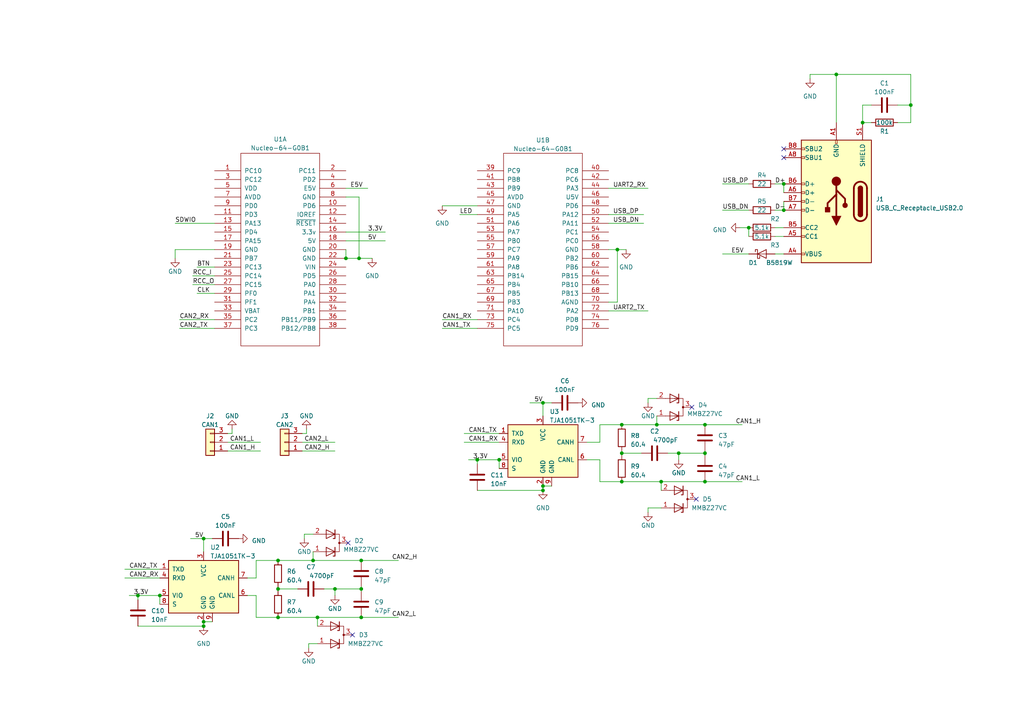
<source format=kicad_sch>
(kicad_sch (version 20221206) (generator eeschema)
  (paper "A4")
  (lib_symbols
    (symbol "Connector:USB_C_Receptacle_USB2.0" (pin_names (offset 1.016))
      (property "Reference" "J" (at -10.16 19.05 0))
      (property "Value" "USB_C_Receptacle_USB2.0" (at 19.05 19.05 0))
      (symbol "USB_C_Receptacle_USB2.0_0_0"
        (rectangle (start -0.254 -17.78) (end 0.254 -16.764))
        (rectangle (start 10.16 -14.986) (end 9.144 -15.494))
        (rectangle (start 10.16 -12.446) (end 9.144 -12.954))
        (rectangle (start 10.16 -4.826) (end 9.144 -5.334))
        (rectangle (start 10.16 -2.286) (end 9.144 -2.794))
        (rectangle (start 10.16 0.254) (end 9.144 -0.254))
        (rectangle (start 10.16 2.794) (end 9.144 2.286))
        (rectangle (start 10.16 7.874) (end 9.144 7.366))
        (rectangle (start 10.16 10.414) (end 9.144 9.906))
        (rectangle (start 10.16 15.494) (end 9.144 14.986))
      )
      (symbol "USB_C_Receptacle_USB2.0_0_1"
        (rectangle (start -10.16 17.78) (end 10.16 -17.78) (stroke (width 0.254)) (fill (type background)))
        (arc (start -8.89 -3.81) (mid -6.985 -5.7067) (end -5.08 -3.81) (stroke (width 0.508)))
        (arc (start -7.62 -3.81) (mid -6.985 -4.4423) (end -6.35 -3.81) (stroke (width 0.254)))
        (arc (start -7.62 -3.81) (mid -6.985 -4.4423) (end -6.35 -3.81) (stroke (width 0.254)) (fill (type outline)))
        (rectangle (start -7.62 -3.81) (end -6.35 3.81) (stroke (width 0.254)) (fill (type outline)))
        (arc (start -6.35 3.81) (mid -6.985 4.4423) (end -7.62 3.81) (stroke (width 0.254)))
        (arc (start -6.35 3.81) (mid -6.985 4.4423) (end -7.62 3.81) (stroke (width 0.254)) (fill (type outline)))
        (arc (start -5.08 3.81) (mid -6.985 5.7067) (end -8.89 3.81) (stroke (width 0.508)))
        (circle (center -2.54 1.143) (radius 0.635) (stroke (width 0.254)) (fill (type outline)))
        (circle (center 0 -5.842) (radius 1.27) (fill (type outline)))
        (polyline (pts (xy -8.89 -3.81) (xy -8.89 3.81)) (stroke (width 0.508)))
        (polyline (pts (xy -5.08 3.81) (xy -5.08 -3.81)) (stroke (width 0.508)))
        (polyline (pts (xy 0 -5.842) (xy 0 4.318)) (stroke (width 0.508)))
        (polyline (pts (xy 0 -3.302) (xy -2.54 -0.762) (xy -2.54 0.508)) (stroke (width 0.508)))
        (polyline (pts (xy 0 -2.032) (xy 2.54 0.508) (xy 2.54 1.778)) (stroke (width 0.508)))
        (polyline (pts (xy -1.27 4.318) (xy 0 6.858) (xy 1.27 4.318) (xy -1.27 4.318)) (stroke (width 0.254)) (fill (type outline)))
        (rectangle (start 1.905 1.778) (end 3.175 3.048) (stroke (width 0.254)) (fill (type outline)))
      )
      (symbol "USB_C_Receptacle_USB2.0_1_1"
        (pin passive line (at 0 -22.86 90) (length 5.08) (name "GND") (number "A1"))
        (pin passive line (at 0 -22.86 90) (length 5.08) hide (name "GND") (number "A12"))
        (pin passive line (at 15.24 15.24 180) (length 5.08) (name "VBUS") (number "A4"))
        (pin bidirectional line (at 15.24 10.16 180) (length 5.08) (name "CC1") (number "A5"))
        (pin bidirectional line (at 15.24 -2.54 180) (length 5.08) (name "D+") (number "A6"))
        (pin bidirectional line (at 15.24 2.54 180) (length 5.08) (name "D-") (number "A7"))
        (pin bidirectional line (at 15.24 -12.7 180) (length 5.08) (name "SBU1") (number "A8"))
        (pin passive line (at 15.24 15.24 180) (length 5.08) hide (name "VBUS") (number "A9"))
        (pin passive line (at 0 -22.86 90) (length 5.08) hide (name "GND") (number "B1"))
        (pin passive line (at 0 -22.86 90) (length 5.08) hide (name "GND") (number "B12"))
        (pin passive line (at 15.24 15.24 180) (length 5.08) hide (name "VBUS") (number "B4"))
        (pin bidirectional line (at 15.24 7.62 180) (length 5.08) (name "CC2") (number "B5"))
        (pin bidirectional line (at 15.24 -5.08 180) (length 5.08) (name "D+") (number "B6"))
        (pin bidirectional line (at 15.24 0 180) (length 5.08) (name "D-") (number "B7"))
        (pin bidirectional line (at 15.24 -15.24 180) (length 5.08) (name "SBU2") (number "B8"))
        (pin passive line (at 15.24 15.24 180) (length 5.08) hide (name "VBUS") (number "B9"))
        (pin passive line (at -7.62 -22.86 90) (length 5.08) (name "SHIELD") (number "S1"))
      )
    )
    (symbol "Connector_Generic:Conn_01x03" (pin_names (offset 1.016) hide)
      (property "Reference" "J" (at 0 5.08 0))
      (property "Value" "Conn_01x03" (at 0 -5.08 0))
      (symbol "Conn_01x03_1_1"
        (rectangle (start -1.27 -2.413) (end 0 -2.667) (stroke (width 0.1524)))
        (rectangle (start -1.27 0.127) (end 0 -0.127) (stroke (width 0.1524)))
        (rectangle (start -1.27 2.667) (end 0 2.413) (stroke (width 0.1524)))
        (rectangle (start -1.27 3.81) (end 1.27 -3.81) (stroke (width 0.254)) (fill (type background)))
        (pin passive line (at -5.08 2.54 0) (length 3.81) (name "Pin_1") (number "1"))
        (pin passive line (at -5.08 0 0) (length 3.81) (name "Pin_2") (number "2"))
        (pin passive line (at -5.08 -2.54 0) (length 3.81) (name "Pin_3") (number "3"))
      )
    )
    (symbol "Device:C" (pin_numbers hide) (pin_names (offset 0.254))
      (property "Reference" "C" (at 0.635 2.54 0))
      (property "Value" "C" (at 0.635 -2.54 0))
      (symbol "C_0_1"
        (polyline (pts (xy -2.032 -0.762) (xy 2.032 -0.762)) (stroke (width 0.508)))
        (polyline (pts (xy -2.032 0.762) (xy 2.032 0.762)) (stroke (width 0.508)))
      )
      (symbol "C_1_1"
        (pin passive line (at 0 3.81 270) (length 2.794) (name "~") (number "1"))
        (pin passive line (at 0 -3.81 90) (length 2.794) (name "~") (number "2"))
      )
    )
    (symbol "Device:D_Schottky" (pin_numbers hide) (pin_names hide)
      (property "Reference" "D" (at 0 2.54 0))
      (property "Value" "D_Schottky" (at 0 -2.54 0))
      (symbol "D_Schottky_0_1"
        (polyline (pts (xy 1.27 0) (xy -1.27 0)))
        (polyline (pts (xy 1.27 1.27) (xy 1.27 -1.27) (xy -1.27 0) (xy 1.27 1.27)) (stroke (width 0.2032)))
        (polyline (pts (xy -1.905 0.635) (xy -1.905 1.27) (xy -1.27 1.27) (xy -1.27 -1.27) (xy -0.635 -1.27) (xy -0.635 -0.635)) (stroke (width 0.2032)))
      )
      (symbol "D_Schottky_1_1"
        (pin passive line (at -3.81 0 0) (length 2.54) (name "K") (number "1"))
        (pin passive line (at 3.81 0 180) (length 2.54) (name "A") (number "2"))
      )
    )
    (symbol "Device:R" (pin_numbers hide) (pin_names (offset 0))
      (property "Reference" "R" (at 2.032 0 90))
      (property "Value" "R" (at 0 0 90))
      (symbol "R_0_1"
        (rectangle (start -1.016 -2.54) (end 1.016 2.54) (stroke (width 0.254)))
      )
      (symbol "R_1_1"
        (pin passive line (at 0 3.81 270) (length 1.27) (name "~") (number "1"))
        (pin passive line (at 0 -3.81 90) (length 1.27) (name "~") (number "2"))
      )
    )
    (symbol "ESD:MMBZxxVC" (pin_names (offset 1.016) hide)
      (property "Reference" "D" (at 3.81 2.54 0))
      (property "Value" "MMBZxxVC" (at 3.81 0 0))
      (symbol "MMBZxxVC_0_1"
        (circle (center 0 -2.54) (radius 0.254) (fill (type outline)))
        (polyline (pts (xy -2.54 -1.27) (xy -2.54 2.54)))
        (polyline (pts (xy 2.54 -1.27) (xy 2.54 2.54)))
        (polyline (pts (xy -1.27 -1.27) (xy -3.81 -1.27) (xy -3.81 -0.762)) (stroke (width 0.254)))
        (polyline (pts (xy 3.81 -1.27) (xy 1.27 -1.27) (xy 1.27 -0.762)) (stroke (width 0.254)))
        (polyline (pts (xy -2.54 0) (xy -2.54 -2.54) (xy 2.54 -2.54) (xy 2.54 0)))
      )
      (symbol "MMBZxxVC_1_1"
        (polyline (pts (xy -1.27 1.27) (xy -3.81 1.27) (xy -2.54 -1.27) (xy -1.27 1.27)) (stroke (width 0.2032)))
        (polyline (pts (xy 3.81 1.27) (xy 1.27 1.27) (xy 2.54 -1.27) (xy 3.81 1.27)) (stroke (width 0.2032)))
        (pin passive line (at -2.54 5.08 270) (length 2.54) (name "K") (number "1"))
        (pin passive line (at 2.54 5.08 270) (length 2.54) (name "K") (number "2"))
        (pin passive line (at 0 -5.08 90) (length 2.54) (name "A") (number "3"))
      )
    )
    (symbol "Interface_CAN_LIN:TJA1051TK-3" (pin_names (offset 1.016))
      (property "Reference" "U" (at -10.16 8.89 0))
      (property "Value" "TJA1051TK-3" (at 1.27 8.89 0))
      (symbol "TJA1051TK-3_0_1"
        (rectangle (start -10.16 7.62) (end 10.16 -7.62) (stroke (width 0.254)) (fill (type background)))
      )
      (symbol "TJA1051TK-3_1_1"
        (pin input line (at -12.7 5.08 0) (length 2.54) (name "TXD") (number "1"))
        (pin power_in line (at 0 -10.16 90) (length 2.54) (name "GND") (number "2"))
        (pin power_in line (at 0 10.16 270) (length 2.54) (name "VCC") (number "3"))
        (pin output line (at -12.7 2.54 0) (length 2.54) (name "RXD") (number "4"))
        (pin power_in line (at -12.7 -2.54 0) (length 2.54) (name "VIO") (number "5"))
        (pin bidirectional line (at 12.7 -2.54 180) (length 2.54) (name "CANL") (number "6"))
        (pin bidirectional line (at 12.7 2.54 180) (length 2.54) (name "CANH") (number "7"))
        (pin input line (at -12.7 -5.08 0) (length 2.54) (name "S") (number "8"))
        (pin power_in line (at 2.54 -10.16 90) (length 2.54) (name "GND") (number "9"))
      )
    )
    (symbol "Nucleo-64:Nucleo-64-G0B1" (pin_names (offset 1.016))
      (property "Reference" "U" (at 0 -2.54 0))
      (property "Value" "Nucleo-64-G0B1" (at 0 2.54 0))
      (symbol "Nucleo-64-G0B1_1_0"
        (rectangle (start -11.43 -27.94) (end 11.43 27.94))
      )
      (symbol "Nucleo-64-G0B1_1_1"
        (pin bidirectional line (at -19.05 22.86 0) (length 7.62) (name "PC10") (number "1"))
        (pin bidirectional line (at 19.05 12.7 180) (length 7.62) (name "PD6") (number "10"))
        (pin bidirectional line (at -19.05 10.16 0) (length 7.62) (name "PD3") (number "11"))
        (pin power_out line (at 19.05 10.16 180) (length 7.62) (name "IOREF") (number "12"))
        (pin bidirectional line (at -19.05 7.62 0) (length 7.62) (name "PA13") (number "13"))
        (pin bidirectional line (at 19.05 7.62 180) (length 7.62) (name "~{RESET}") (number "14"))
        (pin bidirectional line (at -19.05 5.08 0) (length 7.62) (name "PD4") (number "15"))
        (pin power_out line (at 19.05 5.08 180) (length 7.62) (name "3.3v") (number "16"))
        (pin bidirectional line (at -19.05 2.54 0) (length 7.62) (name "PA15") (number "17"))
        (pin power_out line (at 19.05 2.54 180) (length 7.62) (name "5V") (number "18"))
        (pin power_in line (at -19.05 0 0) (length 7.62) (name "GND") (number "19"))
        (pin bidirectional line (at 19.05 22.86 180) (length 7.62) (name "PC11") (number "2"))
        (pin power_in line (at 19.05 0 180) (length 7.62) (name "GND") (number "20"))
        (pin bidirectional line (at -19.05 -2.54 0) (length 7.62) (name "PB7") (number "21"))
        (pin power_in line (at 19.05 -2.54 180) (length 7.62) (name "GND") (number "22"))
        (pin bidirectional line (at -19.05 -5.08 0) (length 7.62) (name "PC13") (number "23"))
        (pin power_in line (at 19.05 -5.08 180) (length 7.62) (name "VIN") (number "24"))
        (pin bidirectional line (at -19.05 -7.62 0) (length 7.62) (name "PC14") (number "25"))
        (pin bidirectional line (at 19.05 -7.62 180) (length 7.62) (name "PD5") (number "26"))
        (pin bidirectional line (at -19.05 -10.16 0) (length 7.62) (name "PC15") (number "27"))
        (pin bidirectional line (at 19.05 -10.16 180) (length 7.62) (name "PA0") (number "28"))
        (pin bidirectional line (at -19.05 -12.7 0) (length 7.62) (name "PF0") (number "29"))
        (pin bidirectional line (at -19.05 20.32 0) (length 7.62) (name "PC12") (number "3"))
        (pin bidirectional line (at 19.05 -12.7 180) (length 7.62) (name "PA1") (number "30"))
        (pin bidirectional line (at -19.05 -15.24 0) (length 7.62) (name "PF1") (number "31"))
        (pin bidirectional line (at 19.05 -15.24 180) (length 7.62) (name "PA4") (number "32"))
        (pin power_in line (at -19.05 -17.78 0) (length 7.62) (name "VBAT") (number "33"))
        (pin bidirectional line (at 19.05 -17.78 180) (length 7.62) (name "PB1") (number "34"))
        (pin bidirectional line (at -19.05 -20.32 0) (length 7.62) (name "PC2") (number "35"))
        (pin bidirectional line (at 19.05 -20.32 180) (length 7.62) (name "PB11/PB9") (number "36"))
        (pin bidirectional line (at -19.05 -22.86 0) (length 7.62) (name "PC3") (number "37"))
        (pin bidirectional line (at 19.05 -22.86 180) (length 7.62) (name "PB12/PB8") (number "38"))
        (pin bidirectional line (at 19.05 20.32 180) (length 7.62) (name "PD2") (number "4"))
        (pin power_in line (at -19.05 17.78 0) (length 7.62) (name "VDD") (number "5"))
        (pin power_in line (at 19.05 17.78 180) (length 7.62) (name "E5V") (number "6"))
        (pin power_in line (at -19.05 15.24 0) (length 7.62) (name "AVDD") (number "7"))
        (pin power_in line (at 19.05 15.24 180) (length 7.62) (name "GND") (number "8"))
        (pin bidirectional line (at -19.05 12.7 0) (length 7.62) (name "PD0") (number "9"))
      )
      (symbol "Nucleo-64-G0B1_2_0"
        (rectangle (start -11.43 -27.94) (end 11.43 27.94))
      )
      (symbol "Nucleo-64-G0B1_2_1"
        (pin bidirectional line (at -19.05 22.86 0) (length 7.62) (name "PC9") (number "39"))
        (pin bidirectional line (at 19.05 22.86 180) (length 7.62) (name "PC8") (number "40"))
        (pin bidirectional line (at -19.05 20.32 0) (length 7.62) (name "PB8") (number "41"))
        (pin bidirectional line (at 19.05 20.32 180) (length 7.62) (name "PC6") (number "42"))
        (pin bidirectional line (at -19.05 17.78 0) (length 7.62) (name "PB9") (number "43"))
        (pin bidirectional line (at 19.05 17.78 180) (length 7.62) (name "PA3") (number "44"))
        (pin power_in line (at -19.05 15.24 0) (length 7.62) (name "AVDD") (number "45"))
        (pin power_out line (at 19.05 15.24 180) (length 7.62) (name "U5V") (number "46"))
        (pin power_in line (at -19.05 12.7 0) (length 7.62) (name "GND") (number "47"))
        (pin bidirectional line (at 19.05 12.7 180) (length 7.62) (name "PD6") (number "48"))
        (pin bidirectional line (at -19.05 10.16 0) (length 7.62) (name "PA5") (number "49"))
        (pin bidirectional line (at 19.05 10.16 180) (length 7.62) (name "PA12") (number "50"))
        (pin bidirectional line (at -19.05 7.62 0) (length 7.62) (name "PA6") (number "51"))
        (pin bidirectional line (at 19.05 7.62 180) (length 7.62) (name "PA11") (number "52"))
        (pin bidirectional line (at -19.05 5.08 0) (length 7.62) (name "PA7") (number "53"))
        (pin bidirectional line (at 19.05 5.08 180) (length 7.62) (name "PC1") (number "54"))
        (pin bidirectional line (at -19.05 2.54 0) (length 7.62) (name "PB0") (number "55"))
        (pin bidirectional line (at 19.05 2.54 180) (length 7.62) (name "PC0") (number "56"))
        (pin bidirectional line (at -19.05 0 0) (length 7.62) (name "PC7") (number "57"))
        (pin power_in line (at 19.05 0 180) (length 7.62) (name "GND") (number "58"))
        (pin bidirectional line (at -19.05 -2.54 0) (length 7.62) (name "PA9") (number "59"))
        (pin bidirectional line (at 19.05 -2.54 180) (length 7.62) (name "PB2") (number "60"))
        (pin bidirectional line (at -19.05 -5.08 0) (length 7.62) (name "PA8") (number "61"))
        (pin bidirectional line (at 19.05 -5.08 180) (length 7.62) (name "PB6") (number "62"))
        (pin bidirectional line (at -19.05 -7.62 0) (length 7.62) (name "PB14") (number "63"))
        (pin bidirectional line (at 19.05 -7.62 180) (length 7.62) (name "PB15") (number "64"))
        (pin bidirectional line (at -19.05 -10.16 0) (length 7.62) (name "PB4") (number "65"))
        (pin bidirectional line (at 19.05 -10.16 180) (length 7.62) (name "PB10") (number "66"))
        (pin bidirectional line (at -19.05 -12.7 0) (length 7.62) (name "PB5") (number "67"))
        (pin bidirectional line (at 19.05 -12.7 180) (length 7.62) (name "PB13") (number "68"))
        (pin bidirectional line (at -19.05 -15.24 0) (length 7.62) (name "PB3") (number "69"))
        (pin power_in line (at 19.05 -15.24 180) (length 7.62) (name "AGND") (number "70"))
        (pin bidirectional line (at -19.05 -17.78 0) (length 7.62) (name "PA10") (number "71"))
        (pin bidirectional line (at 19.05 -17.78 180) (length 7.62) (name "PA2") (number "72"))
        (pin bidirectional line (at -19.05 -20.32 0) (length 7.62) (name "PC4") (number "73"))
        (pin bidirectional line (at 19.05 -20.32 180) (length 7.62) (name "PD8") (number "74"))
        (pin bidirectional line (at -19.05 -22.86 0) (length 7.62) (name "PC5") (number "75"))
        (pin bidirectional line (at 19.05 -22.86 180) (length 7.62) (name "PD9") (number "76"))
      )
    )
    (symbol "power:GND" (power) (pin_names (offset 0))
      (property "Value" "GND" (at 0 -3.81 0))
      (symbol "GND_0_1"
        (polyline (pts (xy 0 0) (xy 0 -1.27) (xy 1.27 -1.27) (xy 0 -2.54) (xy -1.27 -1.27) (xy 0 -1.27)))
      )
      (symbol "GND_1_1"
        (pin power_in line (at 0 0 270) (length 0) hide (name "GND") (number "1"))
      )
    )
  )
  (junction (at 40.005 172.72))
  (junction (at 59.055 156.21))
  (junction (at 204.47 131.445))
  (junction (at 138.43 133.35))
  (junction (at 100.33 74.93))
  (junction (at 59.055 181.61))
  (junction (at 217.17 66.04))
  (junction (at 157.48 140.97))
  (junction (at 196.85 131.445))
  (junction (at 104.775 162.56))
  (junction (at 80.645 170.815))
  (junction (at 179.07 72.39))
  (junction (at 250.19 35.56))
  (junction (at 80.645 179.07))
  (junction (at 80.645 162.56))
  (junction (at 227.33 53.34))
  (junction (at 104.775 170.815))
  (junction (at 204.47 123.19))
  (junction (at 104.775 179.07))
  (junction (at 227.33 60.96))
  (junction (at 264.16 30.48))
  (junction (at 157.48 116.84))
  (junction (at 157.48 142.24))
  (junction (at 242.57 21.59))
  (junction (at 104.14 74.93))
  (junction (at 180.34 131.445))
  (junction (at 180.34 123.19))
  (junction (at 59.055 180.34))
  (junction (at 97.155 170.815))
  (junction (at 46.355 172.72))
  (junction (at 190.5 123.19))
  (junction (at 144.78 133.35))
  (junction (at 180.34 139.7))
  (junction (at 191.77 139.7))
  (junction (at 90.805 162.56))
  (junction (at 204.47 139.7))
  (junction (at 92.075 179.07))
  (no_connect (at 227.33 43.18))
  (no_connect (at 100.965 157.48))
  (no_connect (at 200.66 118.11))
  (no_connect (at 227.33 45.72))
  (no_connect (at 102.235 184.15))
  (no_connect (at 201.93 144.78))
  (wire (pts (xy 36.195 167.64) (xy 46.355 167.64)))
  (wire (pts (xy 209.55 60.96) (xy 217.17 60.96)))
  (wire (pts (xy 196.85 131.445) (xy 204.47 131.445)))
  (wire (pts (xy 50.8 64.77) (xy 62.23 64.77)))
  (wire (pts (xy 59.055 180.34) (xy 59.055 181.61)))
  (wire (pts (xy 173.99 128.27) (xy 173.99 123.19)))
  (wire (pts (xy 66.04 130.81) (xy 75.565 130.81)))
  (wire (pts (xy 209.55 53.34) (xy 217.17 53.34)))
  (wire (pts (xy 80.645 170.815) (xy 80.645 171.45)))
  (wire (pts (xy 135.89 133.35) (xy 138.43 133.35)))
  (wire (pts (xy 59.055 156.21) (xy 59.055 160.02)))
  (wire (pts (xy 92.075 179.07) (xy 104.775 179.07)))
  (wire (pts (xy 67.31 125.73) (xy 66.04 125.73)))
  (wire (pts (xy 104.14 57.15) (xy 104.14 74.93)))
  (wire (pts (xy 88.265 154.94) (xy 90.805 154.94)))
  (wire (pts (xy 187.96 115.57) (xy 190.5 115.57)))
  (wire (pts (xy 52.07 92.71) (xy 62.23 92.71)))
  (wire (pts (xy 176.53 87.63) (xy 179.07 87.63)))
  (wire (pts (xy 191.77 139.7) (xy 204.47 139.7)))
  (wire (pts (xy 100.33 74.93) (xy 104.14 74.93)))
  (wire (pts (xy 104.775 170.815) (xy 104.775 171.45)))
  (wire (pts (xy 128.27 92.71) (xy 138.43 92.71)))
  (wire (pts (xy 88.9 124.46) (xy 88.9 125.73)))
  (wire (pts (xy 224.79 60.96) (xy 227.33 60.96)))
  (wire (pts (xy 133.35 62.23) (xy 138.43 62.23)))
  (wire (pts (xy 71.755 167.64) (xy 74.295 167.64)))
  (wire (pts (xy 153.67 116.84) (xy 157.48 116.84)))
  (wire (pts (xy 74.295 167.64) (xy 74.295 162.56)))
  (wire (pts (xy 179.07 87.63) (xy 179.07 72.39)))
  (wire (pts (xy 242.57 21.59) (xy 264.16 21.59)))
  (wire (pts (xy 40.005 172.72) (xy 40.005 173.99)))
  (wire (pts (xy 234.95 21.59) (xy 242.57 21.59)))
  (wire (pts (xy 128.27 59.69) (xy 138.43 59.69)))
  (wire (pts (xy 104.775 179.07) (xy 115.57 179.07)))
  (wire (pts (xy 170.18 133.35) (xy 173.99 133.35)))
  (wire (pts (xy 36.195 165.1) (xy 46.355 165.1)))
  (wire (pts (xy 264.16 21.59) (xy 264.16 30.48)))
  (wire (pts (xy 87.63 128.27) (xy 97.155 128.27)))
  (wire (pts (xy 55.88 80.01) (xy 62.23 80.01)))
  (wire (pts (xy 176.53 72.39) (xy 179.07 72.39)))
  (wire (pts (xy 180.34 130.81) (xy 180.34 131.445)))
  (wire (pts (xy 242.57 35.56) (xy 242.57 21.59)))
  (wire (pts (xy 52.07 95.25) (xy 62.23 95.25)))
  (wire (pts (xy 250.19 30.48) (xy 250.19 35.56)))
  (wire (pts (xy 93.98 170.815) (xy 97.155 170.815)))
  (wire (pts (xy 217.17 66.04) (xy 217.17 68.58)))
  (wire (pts (xy 180.34 131.445) (xy 180.34 132.08)))
  (wire (pts (xy 40.005 181.61) (xy 59.055 181.61)))
  (wire (pts (xy 224.79 68.58) (xy 227.33 68.58)))
  (wire (pts (xy 157.48 116.84) (xy 157.48 120.65)))
  (wire (pts (xy 176.53 64.77) (xy 186.69 64.77)))
  (wire (pts (xy 46.355 172.72) (xy 46.355 175.26)))
  (wire (pts (xy 57.15 77.47) (xy 62.23 77.47)))
  (wire (pts (xy 191.77 139.7) (xy 191.77 142.24)))
  (wire (pts (xy 90.805 162.56) (xy 104.775 162.56)))
  (wire (pts (xy 138.43 133.35) (xy 144.78 133.35)))
  (wire (pts (xy 104.775 170.18) (xy 104.775 170.815)))
  (wire (pts (xy 37.465 172.72) (xy 40.005 172.72)))
  (wire (pts (xy 61.595 156.21) (xy 59.055 156.21)))
  (wire (pts (xy 80.645 170.18) (xy 80.645 170.815)))
  (wire (pts (xy 160.02 116.84) (xy 157.48 116.84)))
  (wire (pts (xy 157.48 140.97) (xy 160.02 140.97)))
  (wire (pts (xy 204.47 123.19) (xy 215.265 123.19)))
  (wire (pts (xy 100.33 67.31) (xy 111.76 67.31)))
  (wire (pts (xy 180.34 131.445) (xy 186.055 131.445)))
  (wire (pts (xy 260.35 30.48) (xy 264.16 30.48)))
  (wire (pts (xy 138.43 142.24) (xy 157.48 142.24)))
  (wire (pts (xy 104.775 162.56) (xy 115.57 162.56)))
  (wire (pts (xy 134.62 125.73) (xy 144.78 125.73)))
  (wire (pts (xy 252.73 30.48) (xy 250.19 30.48)))
  (wire (pts (xy 204.47 131.445) (xy 204.47 132.08)))
  (wire (pts (xy 74.295 162.56) (xy 80.645 162.56)))
  (wire (pts (xy 55.88 82.55) (xy 62.23 82.55)))
  (wire (pts (xy 80.645 170.815) (xy 86.36 170.815)))
  (wire (pts (xy 100.33 57.15) (xy 104.14 57.15)))
  (wire (pts (xy 88.9 125.73) (xy 87.63 125.73)))
  (wire (pts (xy 204.47 130.81) (xy 204.47 131.445)))
  (wire (pts (xy 157.48 140.97) (xy 157.48 142.24)))
  (wire (pts (xy 80.645 162.56) (xy 90.805 162.56)))
  (wire (pts (xy 187.96 116.84) (xy 187.96 115.57)))
  (wire (pts (xy 97.155 170.815) (xy 97.155 172.72)))
  (wire (pts (xy 179.07 72.39) (xy 181.61 72.39)))
  (wire (pts (xy 59.055 180.34) (xy 61.595 180.34)))
  (wire (pts (xy 40.005 172.72) (xy 46.355 172.72)))
  (wire (pts (xy 227.33 58.42) (xy 227.33 60.96)))
  (wire (pts (xy 190.5 120.65) (xy 190.5 123.19)))
  (wire (pts (xy 74.295 179.07) (xy 80.645 179.07)))
  (wire (pts (xy 214.63 66.04) (xy 217.17 66.04)))
  (wire (pts (xy 176.53 54.61) (xy 187.96 54.61)))
  (wire (pts (xy 57.15 85.09) (xy 62.23 85.09)))
  (wire (pts (xy 196.85 131.445) (xy 196.85 133.35)))
  (wire (pts (xy 264.16 35.56) (xy 264.16 30.48)))
  (wire (pts (xy 234.95 22.86) (xy 234.95 21.59)))
  (wire (pts (xy 87.63 130.81) (xy 97.155 130.81)))
  (wire (pts (xy 260.35 35.56) (xy 264.16 35.56)))
  (wire (pts (xy 191.77 147.32) (xy 187.96 147.32)))
  (wire (pts (xy 71.755 172.72) (xy 74.295 172.72)))
  (wire (pts (xy 88.265 154.94) (xy 88.265 156.21)))
  (wire (pts (xy 134.62 128.27) (xy 144.78 128.27)))
  (wire (pts (xy 138.43 133.35) (xy 138.43 134.62)))
  (wire (pts (xy 204.47 139.7) (xy 215.265 139.7)))
  (wire (pts (xy 104.14 74.93) (xy 107.95 74.93)))
  (wire (pts (xy 190.5 123.19) (xy 204.47 123.19)))
  (wire (pts (xy 89.535 186.69) (xy 89.535 187.96)))
  (wire (pts (xy 100.33 69.85) (xy 111.76 69.85)))
  (wire (pts (xy 173.99 139.7) (xy 180.34 139.7)))
  (wire (pts (xy 100.33 54.61) (xy 106.68 54.61)))
  (wire (pts (xy 176.53 62.23) (xy 186.69 62.23)))
  (wire (pts (xy 224.79 66.04) (xy 227.33 66.04)))
  (wire (pts (xy 173.99 133.35) (xy 173.99 139.7)))
  (wire (pts (xy 144.78 133.35) (xy 144.78 135.89)))
  (wire (pts (xy 224.79 53.34) (xy 227.33 53.34)))
  (wire (pts (xy 209.55 73.66) (xy 217.17 73.66)))
  (wire (pts (xy 50.8 72.39) (xy 62.23 72.39)))
  (wire (pts (xy 97.155 170.815) (xy 104.775 170.815)))
  (wire (pts (xy 50.8 74.93) (xy 50.8 72.39)))
  (wire (pts (xy 89.535 186.69) (xy 92.075 186.69)))
  (wire (pts (xy 92.075 179.07) (xy 92.075 181.61)))
  (wire (pts (xy 176.53 90.17) (xy 187.96 90.17)))
  (wire (pts (xy 128.27 95.25) (xy 138.43 95.25)))
  (wire (pts (xy 170.18 128.27) (xy 173.99 128.27)))
  (wire (pts (xy 74.295 172.72) (xy 74.295 179.07)))
  (wire (pts (xy 180.34 123.19) (xy 190.5 123.19)))
  (wire (pts (xy 187.96 147.32) (xy 187.96 148.59)))
  (wire (pts (xy 180.34 139.7) (xy 191.77 139.7)))
  (wire (pts (xy 80.645 179.07) (xy 92.075 179.07)))
  (wire (pts (xy 66.04 128.27) (xy 75.565 128.27)))
  (wire (pts (xy 250.19 35.56) (xy 252.73 35.56)))
  (wire (pts (xy 90.805 160.02) (xy 90.805 162.56)))
  (wire (pts (xy 227.33 53.34) (xy 227.33 55.88)))
  (wire (pts (xy 173.99 123.19) (xy 180.34 123.19)))
  (wire (pts (xy 193.675 131.445) (xy 196.85 131.445)))
  (wire (pts (xy 67.31 124.46) (xy 67.31 125.73)))
  (wire (pts (xy 224.79 73.66) (xy 227.33 73.66)))
  (wire (pts (xy 55.245 156.21) (xy 59.055 156.21)))
  (wire (pts (xy 100.33 72.39) (xy 100.33 74.93)))
  (label "USB_DP" (at 209.55 53.34 0))
  (label "CAN1_TX" (at 135.89 125.73 0))
  (label "D+" (at 224.79 53.34 0))
  (label "5V" (at 56.515 156.21 0))
  (label "CAN1_RX" (at 135.89 128.27 0))
  (label "CAN2_L" (at 113.665 179.07 0))
  (label "CAN1_H" (at 66.675 130.81 0))
  (label "UART2_RX" (at 177.8 54.61 0))
  (label "E5V" (at 101.6 54.61 0))
  (label "CAN1_L" (at 66.675 128.27 0))
  (label "LED" (at 133.35 62.23 0))
  (label "CAN2_TX" (at 52.07 95.25 0))
  (label "E5V" (at 212.09 73.66 0))
  (label "CAN1_TX" (at 128.27 95.25 0))
  (label "USB_DN" (at 209.55 60.96 0))
  (label "BTN" (at 57.15 77.47 0))
  (label "3.3V" (at 106.68 67.31 0))
  (label "CAN1_L" (at 213.36 139.7 0))
  (label "CAN2_L" (at 88.265 128.27 0))
  (label "RCC_I" (at 55.88 80.01 0))
  (label "USB_DP" (at 177.8 62.23 0))
  (label "UART2_TX" (at 177.8 90.17 0))
  (label "D-" (at 224.79 60.96 0))
  (label "3.3V" (at 38.735 172.72 0))
  (label "5V" (at 106.68 69.85 0))
  (label "RCC_O" (at 55.88 82.55 0))
  (label "SDWIO" (at 50.8 64.77 0))
  (label "CAN2_H" (at 113.665 162.56 0))
  (label "CAN2_RX" (at 37.465 167.64 0))
  (label "CAN2_TX" (at 37.465 165.1 0))
  (label "5V" (at 154.94 116.84 0))
  (label "CAN2_RX" (at 52.07 92.71 0))
  (label "CAN1_H" (at 213.36 123.19 0))
  (label "3.3V" (at 137.16 133.35 0))
  (label "CAN1_RX" (at 128.27 92.71 0))
  (label "CLK" (at 57.15 85.09 0))
  (label "USB_DN" (at 177.8 64.77 0))
  (label "CAN2_H" (at 88.265 130.81 0))
  (symbol (lib_id "power:GND") (at 97.155 172.72 0) (unit 1)
    (property "Reference" "#PWR013" (effects hide))
    (property "Value" "GND" (at 97.155 176.53 0))
  )
  (symbol (lib_id "ESD:MMBZxxVC") (at 195.58 118.11 90) (unit 1)
    (property "Reference" "D4" (at 203.835 117.475 90))
    (property "Value" "MMBZ27VC" (at 204.47 120.015 90))
    (property "Footprint" "Package_TO_SOT_SMD:SOT-23" (effects hide))
    (property "Datasheet" "http://www.onsemi.com/pub/Collateral/MMBZ5V6ALT1-D.PDF" (effects hide))
    (property "LCSC Part #" "C970026" (effects hide))
  )
  (symbol (lib_id "Device:R") (at 220.98 53.34 270) (unit 1)
    (property "Reference" "R4" (at 220.98 50.8 90))
    (property "Value" "22" (at 220.98 53.34 90))
    (property "Footprint" "Resistor_SMD:R_0603_1608Metric" (effects hide))
    (property "Part #" "0603WAF220JT5E" (effects hide))
    (property "LCSC Part #" "C23345" (effects hide))
  )
  (symbol (lib_id "Device:R") (at 80.645 166.37 0) (unit 1)
    (property "Reference" "R6" (at 83.185 165.735 0) (effects (justify left)))
    (property "Value" "60.4" (at 83.185 168.275 0) (effects (justify left)))
    (property "Footprint" "Resistor_SMD:R_0603_1608Metric" (effects hide))
    (property "LCSC Part #" "C23090" (effects hide))
  )
  (symbol (lib_id "power:GND") (at 128.27 59.69 0) (unit 1)
    (property "Reference" "#PWR03" (effects hide))
    (property "Value" "GND" (at 128.27 64.77 0))
  )
  (symbol (lib_id "Interface_CAN_LIN:TJA1051TK-3") (at 157.48 130.81 0) (unit 1)
    (property "Reference" "U3" (at 159.4359 119.38 0) (effects (justify left)))
    (property "Value" "TJA1051TK-3" (at 159.4359 121.92 0) (effects (justify left)))
    (property "Footprint" "Package_DFN_QFN:DFN-8-1EP_3x3mm_P0.65mm_EP1.55x2.4mm" (effects hide))
    (property "Datasheet" "http://www.nxp.com/documents/data_sheet/TJA1051.pdf" (effects hide))
    (property "LCSC Part #" "C1121846" (effects hide))
    (property "Part #" "SIT1051TK/3" (effects hide))
  )
  (symbol (lib_id "Device:R") (at 220.98 60.96 270) (unit 1)
    (property "Reference" "R5" (at 220.98 58.42 90))
    (property "Value" "22" (at 220.98 60.96 90))
    (property "Footprint" "Resistor_SMD:R_0603_1608Metric" (effects hide))
    (property "Part #" "0603WAF220JT5E" (effects hide))
    (property "LCSC Part #" "C23345" (effects hide))
  )
  (symbol (lib_id "Connector_Generic:Conn_01x03") (at 82.55 128.27 180) (unit 1)
    (property "Reference" "J3" (at 82.55 120.65 0))
    (property "Value" "CAN2" (at 82.55 123.19 0))
    (property "Footprint" "Connector_JST:JST_EH_S3B-EH_1x03_P2.50mm_Horizontal" (effects hide))
    (property "LCSC Part #" "C18428" (effects hide))
  )
  (symbol (lib_id "power:GND") (at 234.95 22.86 0) (unit 1)
    (property "Reference" "#PWR06" (effects hide))
    (property "Value" "GND" (at 234.95 27.94 0))
  )
  (symbol (lib_id "Device:C") (at 204.47 135.89 0) (unit 1)
    (property "Reference" "C4" (at 208.28 135.255 0) (effects (justify left)))
    (property "Value" "47pF" (at 208.28 137.795 0) (effects (justify left)))
    (property "Footprint" "Capacitor_SMD:C_0603_1608Metric" (effects hide))
    (property "LCSC Part #" "C1671" (effects hide))
  )
  (symbol (lib_id "power:GND") (at 167.64 116.84 90) (unit 1)
    (property "Reference" "#PWR015" (effects hide))
    (property "Value" "GND" (at 171.45 117.475 90) (effects (justify right)))
  )
  (symbol (lib_id "power:GND") (at 59.055 181.61 0) (unit 1)
    (property "Reference" "#PWR08" (effects hide))
    (property "Value" "GND" (at 59.055 186.69 0))
  )
  (symbol (lib_id "power:GND") (at 88.9 124.46 180) (unit 1)
    (property "Reference" "#PWR0127" (effects hide))
    (property "Value" "GND" (at 88.9 120.65 0))
  )
  (symbol (lib_id "Device:R") (at 220.98 68.58 90) (unit 1)
    (property "Reference" "R3" (at 224.79 71.12 90))
    (property "Value" "5.1k" (at 220.98 68.58 90))
    (property "Footprint" "Resistor_SMD:R_0603_1608Metric" (effects hide))
    (property "LCSC Part #" "C23186" (effects hide))
  )
  (symbol (lib_id "Device:C") (at 189.865 131.445 90) (unit 1)
    (property "Reference" "C2" (at 189.865 125.095 90))
    (property "Value" "4700pF" (at 193.04 127.635 90))
    (property "Footprint" "Capacitor_SMD:C_0603_1608Metric" (effects hide))
    (property "LCSC Part #" "C53987" (effects hide))
  )
  (symbol (lib_id "Device:R") (at 80.645 175.26 0) (unit 1)
    (property "Reference" "R7" (at 83.185 174.625 0) (effects (justify left)))
    (property "Value" "60.4" (at 83.185 177.165 0) (effects (justify left)))
    (property "Footprint" "Resistor_SMD:R_0603_1608Metric" (effects hide))
    (property "LCSC Part #" "C23090" (effects hide))
  )
  (symbol (lib_id "Device:R") (at 180.34 127 0) (unit 1)
    (property "Reference" "R8" (at 182.88 126.365 0) (effects (justify left)))
    (property "Value" "60.4" (at 182.88 128.905 0) (effects (justify left)))
    (property "Footprint" "Resistor_SMD:R_0603_1608Metric" (effects hide))
    (property "LCSC Part #" "C23090" (effects hide))
  )
  (symbol (lib_id "ESD:MMBZxxVC") (at 95.885 157.48 90) (unit 1)
    (property "Reference" "D2" (at 104.14 156.845 90))
    (property "Value" "MMBZ27VC" (at 104.775 159.385 90))
    (property "Footprint" "Package_TO_SOT_SMD:SOT-23" (effects hide))
    (property "Datasheet" "http://www.onsemi.com/pub/Collateral/MMBZ5V6ALT1-D.PDF" (effects hide))
    (property "LCSC Part #" "C970026" (effects hide))
  )
  (symbol (lib_id "ESD:MMBZxxVC") (at 196.85 144.78 90) (unit 1)
    (property "Reference" "D5" (at 205.105 144.78 90))
    (property "Value" "MMBZ27VC" (at 205.74 147.32 90))
    (property "Footprint" "Package_TO_SOT_SMD:SOT-23" (effects hide))
    (property "Datasheet" "http://www.onsemi.com/pub/Collateral/MMBZ5V6ALT1-D.PDF" (effects hide))
    (property "LCSC Part #" "C970026" (effects hide))
  )
  (symbol (lib_id "Device:C") (at 40.005 177.8 180) (unit 1)
    (property "Reference" "C10" (at 43.815 177.165 0) (effects (justify right)))
    (property "Value" "10nF" (at 43.815 179.705 0) (effects (justify right)))
    (property "Footprint" "Capacitor_SMD:C_0603_1608Metric" (effects hide))
    (property "LCSC Part #" "C57112" (effects hide))
  )
  (symbol (lib_id "Device:C") (at 90.17 170.815 90) (unit 1)
    (property "Reference" "C7" (at 90.17 164.465 90))
    (property "Value" "4700pF" (at 93.345 167.005 90))
    (property "Footprint" "Capacitor_SMD:C_0603_1608Metric" (effects hide))
    (property "LCSC Part #" "C53987" (effects hide))
  )
  (symbol (lib_id "Device:C") (at 104.775 166.37 0) (unit 1)
    (property "Reference" "C8" (at 108.585 165.735 0) (effects (justify left)))
    (property "Value" "47pF" (at 108.585 168.275 0) (effects (justify left)))
    (property "Footprint" "Capacitor_SMD:C_0603_1608Metric" (effects hide))
    (property "LCSC Part #" "C1671" (effects hide))
  )
  (symbol (lib_id "power:GND") (at 67.31 124.46 180) (unit 1)
    (property "Reference" "#PWR0128" (effects hide))
    (property "Value" "GND" (at 67.31 120.65 0))
  )
  (symbol (lib_id "Device:C") (at 256.54 30.48 90) (unit 1)
    (property "Reference" "C1" (at 256.54 24.13 90))
    (property "Value" "100nF" (at 256.54 26.67 90))
    (property "Footprint" "Capacitor_SMD:C_0603_1608Metric" (effects hide))
    (property "LCSC Part #" "C14663" (effects hide))
  )
  (symbol (lib_id "Nucleo-64:Nucleo-64-G0B1") (at 157.48 72.39 0) (unit 2)
    (property "Reference" "U1" (at 157.48 40.64 0))
    (property "Value" "Nucleo-64-G0B1" (at 157.48 43.18 0))
    (property "Footprint" "Nucleo-64:Nucleo-64" (effects hide))
    (property "Datasheet" "DOCUMENTATION" (effects hide))
  )
  (symbol (lib_id "Device:R") (at 180.34 135.89 0) (unit 1)
    (property "Reference" "R9" (at 182.88 135.255 0) (effects (justify left)))
    (property "Value" "60.4" (at 182.88 137.795 0) (effects (justify left)))
    (property "Footprint" "Resistor_SMD:R_0603_1608Metric" (effects hide))
    (property "LCSC Part #" "C23090" (effects hide))
  )
  (symbol (lib_id "power:GND") (at 89.535 187.96 0) (unit 1)
    (property "Reference" "#PWR014" (effects hide))
    (property "Value" "GND" (at 89.535 191.77 0))
  )
  (symbol (lib_id "Device:C") (at 204.47 127 0) (unit 1)
    (property "Reference" "C3" (at 208.28 126.365 0) (effects (justify left)))
    (property "Value" "47pF" (at 208.28 128.905 0) (effects (justify left)))
    (property "Footprint" "Capacitor_SMD:C_0603_1608Metric" (effects hide))
    (property "LCSC Part #" "C1671" (effects hide))
  )
  (symbol (lib_id "power:GND") (at 157.48 142.24 0) (unit 1)
    (property "Reference" "#PWR07" (effects hide))
    (property "Value" "GND" (at 157.48 147.32 0))
  )
  (symbol (lib_id "power:GND") (at 107.95 74.93 0) (unit 1)
    (property "Reference" "#PWR02" (effects hide))
    (property "Value" "GND" (at 107.95 80.01 0))
  )
  (symbol (lib_id "Device:C") (at 163.83 116.84 90) (unit 1)
    (property "Reference" "C6" (at 163.83 110.49 90))
    (property "Value" "100nF" (at 163.83 113.03 90))
    (property "Footprint" "Capacitor_SMD:C_0603_1608Metric" (effects hide))
    (property "LCSC Part #" "C14663" (effects hide))
  )
  (symbol (lib_id "Device:D_Schottky") (at 220.98 73.66 0) (unit 1)
    (property "Reference" "D1" (at 218.44 76.2 0))
    (property "Value" "B5819W" (at 226.06 76.2 0))
    (property "Footprint" "Diode_SMD:D_SOD-123" (effects hide))
    (property "Part #" "B5819W" (effects hide))
    (property "LCSC Part #" " C8598" (effects hide))
  )
  (symbol (lib_id "Nucleo-64:Nucleo-64-G0B1") (at 81.28 72.39 0) (unit 1)
    (property "Reference" "U1" (at 81.28 40.386 0))
    (property "Value" "Nucleo-64-G0B1" (at 81.28 42.926 0))
    (property "Footprint" "Nucleo-64:Nucleo-64" (effects hide))
    (property "Datasheet" "DOCUMENTATION" (effects hide))
  )
  (symbol (lib_id "Device:R") (at 220.98 66.04 90) (unit 1)
    (property "Reference" "R2" (at 224.79 63.5 90))
    (property "Value" "5.1k" (at 220.98 66.04 90))
    (property "Footprint" "Resistor_SMD:R_0603_1608Metric" (effects hide))
    (property "LCSC Part #" "C23186" (effects hide))
  )
  (symbol (lib_id "power:GND") (at 50.8 74.93 0) (unit 1)
    (property "Reference" "#PWR01" (effects hide))
    (property "Value" "GND" (at 50.8 78.74 0))
  )
  (symbol (lib_id "power:GND") (at 69.215 156.21 90) (unit 1)
    (property "Reference" "#PWR016" (effects hide))
    (property "Value" "GND" (at 73.025 156.845 90) (effects (justify right)))
  )
  (symbol (lib_id "power:GND") (at 214.63 66.04 270) (unit 1)
    (property "Reference" "#PWR05" (effects hide))
    (property "Value" "GND" (at 210.82 66.675 90) (effects (justify right)))
  )
  (symbol (lib_id "power:GND") (at 181.61 72.39 0) (unit 1)
    (property "Reference" "#PWR04" (effects hide))
    (property "Value" "GND" (at 181.61 77.47 0))
  )
  (symbol (lib_id "Interface_CAN_LIN:TJA1051TK-3") (at 59.055 170.18 0) (unit 1)
    (property "Reference" "U2" (at 61.0109 158.75 0) (effects (justify left)))
    (property "Value" "TJA1051TK-3" (at 61.0109 161.29 0) (effects (justify left)))
    (property "Footprint" "Package_DFN_QFN:DFN-8-1EP_3x3mm_P0.65mm_EP1.55x2.4mm" (effects hide))
    (property "Datasheet" "http://www.nxp.com/documents/data_sheet/TJA1051.pdf" (effects hide))
    (property "LCSC Part #" "C1121846" (effects hide))
    (property "Part #" "SIT1051TK/3" (effects hide))
  )
  (symbol (lib_id "Connector:USB_C_Receptacle_USB2.0") (at 242.57 58.42 180) (unit 1)
    (property "Reference" "J1" (at 254 57.785 0) (effects (justify right)))
    (property "Value" "USB_C_Receptacle_USB2.0" (at 254 60.325 0) (effects (justify right)))
    (property "Footprint" "Connector_USB:USB_C_Receptacle_HRO_TYPE-C-31-M-12" (effects hide))
    (property "Datasheet" "https://www.usb.org/sites/default/files/documents/usb_type-c.zip" (effects hide))
    (property "LCSC Part #" "C2765186" (effects hide))
  )
  (symbol (lib_id "Device:R") (at 256.54 35.56 90) (unit 1)
    (property "Reference" "R1" (at 256.54 38.1 90))
    (property "Value" "100k" (at 256.54 35.56 90))
    (property "Footprint" "Resistor_SMD:R_0603_1608Metric" (effects hide))
    (property "LCSC Part #" "C25803" (effects hide))
  )
  (symbol (lib_id "power:GND") (at 88.265 156.21 0) (unit 1)
    (property "Reference" "#PWR012" (effects hide))
    (property "Value" "GND" (at 88.265 160.02 0))
  )
  (symbol (lib_id "Connector_Generic:Conn_01x03") (at 60.96 128.27 180) (unit 1)
    (property "Reference" "J2" (at 60.96 120.65 0))
    (property "Value" "CAN1" (at 60.96 123.19 0))
    (property "Footprint" "Connector_JST:JST_EH_S3B-EH_1x03_P2.50mm_Horizontal" (effects hide))
    (property "LCSC Part #" "C18428" (effects hide))
  )
  (symbol (lib_id "Device:C") (at 104.775 175.26 0) (unit 1)
    (property "Reference" "C9" (at 108.585 174.625 0) (effects (justify left)))
    (property "Value" "47pF" (at 108.585 177.165 0) (effects (justify left)))
    (property "Footprint" "Capacitor_SMD:C_0603_1608Metric" (effects hide))
    (property "LCSC Part #" "C1671" (effects hide))
  )
  (symbol (lib_id "power:GND") (at 187.96 148.59 0) (unit 1)
    (property "Reference" "#PWR010" (effects hide))
    (property "Value" "GND" (at 187.96 152.4 0))
  )
  (symbol (lib_id "Device:C") (at 65.405 156.21 90) (unit 1)
    (property "Reference" "C5" (at 65.405 149.86 90))
    (property "Value" "100nF" (at 65.405 152.4 90))
    (property "Footprint" "Capacitor_SMD:C_0603_1608Metric" (effects hide))
    (property "LCSC Part #" "C14663" (effects hide))
  )
  (symbol (lib_id "power:GND") (at 187.96 116.84 0) (unit 1)
    (property "Reference" "#PWR011" (effects hide))
    (property "Value" "GND" (at 187.96 120.65 0))
  )
  (symbol (lib_id "ESD:MMBZxxVC") (at 97.155 184.15 90) (unit 1)
    (property "Reference" "D3" (at 105.41 184.15 90))
    (property "Value" "MMBZ27VC" (at 106.045 186.69 90))
    (property "Footprint" "Package_TO_SOT_SMD:SOT-23" (effects hide))
    (property "Datasheet" "http://www.onsemi.com/pub/Collateral/MMBZ5V6ALT1-D.PDF" (effects hide))
    (property "LCSC Part #" "C970026" (effects hide))
  )
  (symbol (lib_id "Device:C") (at 138.43 138.43 180) (unit 1)
    (property "Reference" "C11" (at 142.24 137.795 0) (effects (justify right)))
    (property "Value" "10nF" (at 142.24 140.335 0) (effects (justify right)))
    (property "Footprint" "Capacitor_SMD:C_0603_1608Metric" (effects hide))
    (property "LCSC Part #" "C57112" (effects hide))
  )
  (symbol (lib_id "power:GND") (at 196.85 133.35 0) (unit 1)
    (property "Reference" "#PWR09" (effects hide))
    (property "Value" "GND" (at 196.85 137.16 0))
  )
)
</source>
